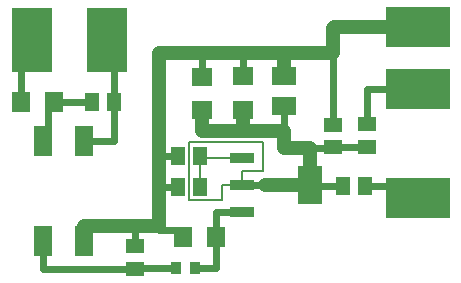
<source format=gbr>
G04 DipTrace 3.2.0.1*
G04 Top.gbr*
%MOIN*%
G04 #@! TF.FileFunction,Copper,L1,Top*
G04 #@! TF.Part,Single*
G04 #@! TA.AperFunction,Conductor*
%ADD14C,0.047244*%
%ADD15C,0.023622*%
%ADD16C,0.007874*%
%ADD17C,0.005906*%
%ADD18R,0.059055X0.051181*%
%ADD19R,0.070866X0.062992*%
%ADD20R,0.051181X0.059055*%
%ADD21R,0.062992X0.070866*%
%ADD23R,0.081995X0.061995*%
%ADD24R,0.059055X0.098425*%
%ADD25R,0.037402X0.03937*%
%ADD27R,0.084646X0.037402*%
%ADD28R,0.084646X0.127953*%
%ADD29R,0.216535X0.137795*%
%ADD30R,0.137795X0.216535*%
%FSLAX26Y26*%
G04*
G70*
G90*
G75*
G01*
G04 Top*
%LPD*%
X656201Y596555D2*
D14*
Y647638D1*
X824950D1*
D15*
Y581004D1*
X968898Y882874D2*
X905512D1*
D14*
Y779528D1*
Y647638D1*
X824950D1*
X1049213Y1143701D2*
D16*
Y1226378D1*
D14*
X1185138D1*
D16*
Y1146605D1*
D15*
Y1226378D1*
D14*
X1320866D1*
D15*
Y1147638D1*
D14*
Y1226378D1*
X1486072D1*
D15*
Y985728D1*
Y1226378D2*
D14*
Y1308907D1*
X1487944Y1310778D1*
X1768701D1*
X905512Y882874D2*
Y1226378D1*
X1049213D1*
D15*
Y1143701D1*
X986220Y612205D2*
Y635827D1*
X905512D1*
Y647638D1*
X968504Y779528D2*
X905512D1*
X518406Y596555D2*
Y506201D1*
X824950D1*
X826081Y507332D1*
X962647D1*
X555118Y1062992D2*
X681201D1*
Y1062450D1*
X518406Y931201D2*
Y945571D1*
X535433Y962598D1*
Y1062992D1*
X555118D1*
X731201Y1268701D2*
X756004Y1243898D1*
Y1062450D1*
Y931201D1*
X656201D1*
X1181201Y693849D2*
X1096457D1*
Y612205D1*
Y507332D1*
X1025639D1*
X1181201Y874951D2*
D16*
X1182136Y874016D1*
X1043701D1*
Y882874D1*
X1043307Y882480D1*
Y779528D1*
X1049213Y1033465D2*
D14*
Y964567D1*
X1185138D1*
Y1036369D1*
D15*
Y964567D1*
D14*
X1320866D1*
D15*
Y1047638D1*
X1181201Y784400D2*
X1409547D1*
X1412747Y781201D1*
X1518701D1*
X1599951Y912451D2*
X1598425Y910925D1*
X1486072D1*
X1518701Y781201D2*
D17*
D3*
X1320866Y1047638D2*
D15*
Y907480D1*
X1486072D1*
Y910925D1*
X1489517Y907480D1*
X1409449D1*
D14*
Y779528D1*
D15*
X1425197D1*
Y781201D1*
X1518701D1*
X1181201Y784400D2*
D17*
Y783465D1*
X1114173D1*
Y734252D1*
X1005906D1*
Y927165D1*
X1251969D1*
Y832677D1*
X1183071D1*
Y785433D1*
X1161417D1*
X1162450Y784400D1*
X1181201D1*
X1338583Y964567D2*
D16*
X1320866Y907480D1*
X1409449D2*
D14*
X1320866D1*
Y964567D1*
X1409547Y784400D2*
D16*
X1408514Y785433D1*
D14*
X1259843D1*
X1599951Y987255D2*
D15*
X1598425D1*
Y1106201D1*
X1768701D1*
Y742028D2*
X1767717Y743012D1*
Y781201D1*
X1593504D1*
X481202Y1268701D2*
Y1237451D1*
X444882Y1201131D1*
Y1062992D1*
D18*
X824950Y506201D3*
Y581004D3*
D19*
X1049213Y1033465D3*
Y1143701D3*
D20*
X681201Y1062450D3*
X756004D3*
D21*
X1096457Y612205D3*
X986220D3*
D20*
X1043307Y779528D3*
X968504D3*
D19*
X1185138Y1036369D3*
Y1146605D3*
D23*
X1320866Y1147638D3*
Y1047638D3*
D24*
X656201Y931201D3*
X518406D3*
Y596555D3*
X656201D3*
D25*
X962647Y507332D3*
X1025639D3*
D20*
X1043701Y882874D3*
X968898D3*
D18*
X1486072Y910925D3*
Y985728D3*
X1599951Y912451D3*
Y987255D3*
D20*
X1518701Y781201D3*
X1593504D3*
D27*
X1181201Y874951D3*
Y784400D3*
Y693849D3*
D28*
X1409547Y784400D3*
D29*
X1768701Y1106201D3*
D30*
X481202Y1268701D3*
X731201D3*
D29*
X1768701Y742028D3*
D21*
X444882Y1062992D3*
X555118D3*
D29*
X1768701Y1310778D3*
M02*

</source>
